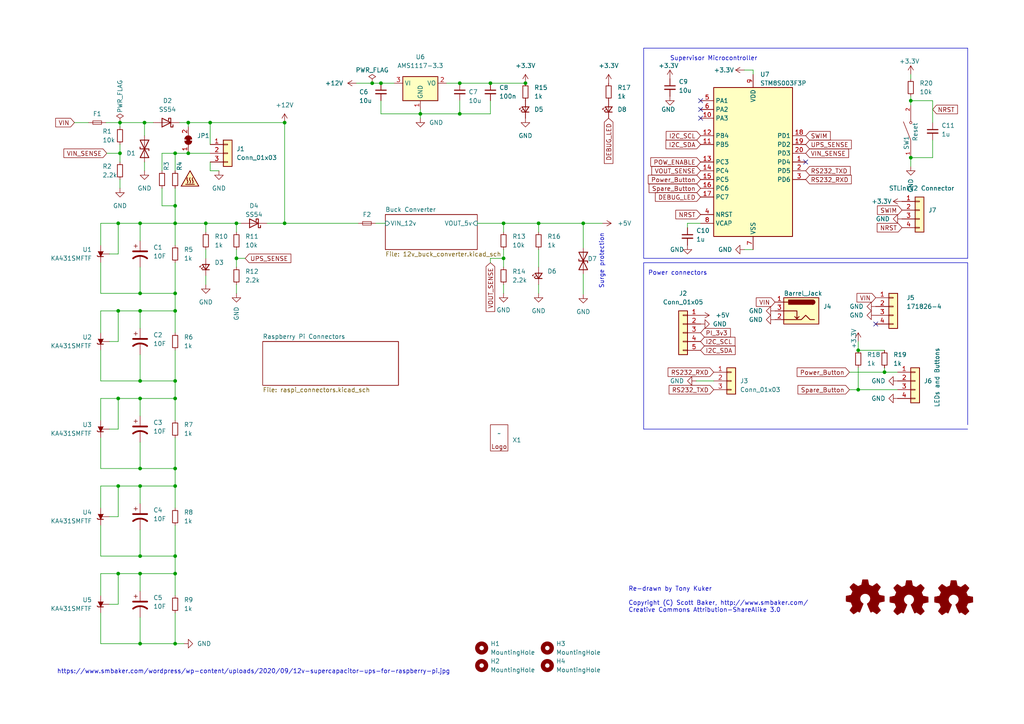
<source format=kicad_sch>
(kicad_sch (version 20230121) (generator eeschema)
  (paper "A4")
  (lib_symbols
    (symbol "Connector:Barrel_Jack_Switch" (pin_names hide)
      (property "Reference" "J" (at 0 5.334 0))
      (property "Value" "Barrel_Jack_Switch" (at 0 -5.08 0))
      (symbol "Barrel_Jack_Switch_1_1"
        (pin passive line (at 7.62 2.54 180) (length 2.54) (name "~") (number "1"))
        (pin passive line (at 7.62 -2.54 180) (length 2.54) (name "~") (number "2"))
        (pin passive line (at 7.62 0 180) (length 2.54) (name "~") (number "3"))
      )
    )
    (symbol "Connector_Generic:Conn_01x03" (pin_names (offset 1.016) hide)
      (property "Reference" "J" (at 0 5.08 0))
      (property "Value" "Conn_01x03" (at 0 -5.08 0))
      (symbol "Conn_01x03_1_1"
        (pin passive line (at -5.08 2.54 0) (length 3.81) (name "Pin_1") (number "1"))
        (pin passive line (at -5.08 0 0) (length 3.81) (name "Pin_2") (number "2"))
        (pin passive line (at -5.08 -2.54 0) (length 3.81) (name "Pin_3") (number "3"))
      )
    )
    (symbol "Connector_Generic:Conn_01x04" (pin_names (offset 1.016) hide)
      (property "Reference" "J" (at 0 5.08 0))
      (property "Value" "Conn_01x04" (at 0 -7.62 0))
      (symbol "Conn_01x04_1_1"
        (pin passive line (at -5.08 2.54 0) (length 3.81) (name "Pin_1") (number "1"))
        (pin passive line (at -5.08 0 0) (length 3.81) (name "Pin_2") (number "2"))
        (pin passive line (at -5.08 -2.54 0) (length 3.81) (name "Pin_3") (number "3"))
        (pin passive line (at -5.08 -5.08 0) (length 3.81) (name "Pin_4") (number "4"))
      )
    )
    (symbol "Connector_Generic:Conn_01x05" (pin_names (offset 1.016) hide)
      (property "Reference" "J" (at 0 7.62 0))
      (property "Value" "Conn_01x05" (at 0 -7.62 0))
      (symbol "Conn_01x05_1_1"
        (pin passive line (at -5.08 5.08 0) (length 3.81) (name "Pin_1") (number "1"))
        (pin passive line (at -5.08 2.54 0) (length 3.81) (name "Pin_2") (number "2"))
        (pin passive line (at -5.08 0 0) (length 3.81) (name "Pin_3") (number "3"))
        (pin passive line (at -5.08 -2.54 0) (length 3.81) (name "Pin_4") (number "4"))
        (pin passive line (at -5.08 -5.08 0) (length 3.81) (name "Pin_5") (number "5"))
      )
    )
    (symbol "Device:C_Polarized_US" (pin_numbers hide) (pin_names (offset 0.254) hide)
      (property "Reference" "C" (at 0.635 2.54 0))
      (property "Value" "C_Polarized_US" (at 0.635 -2.54 0))
      (symbol "C_Polarized_US_1_1"
        (pin passive line (at 0 3.81 270) (length 2.794) (name "~") (number "1"))
        (pin passive line (at 0 -3.81 90) (length 3.302) (name "~") (number "2"))
      )
    )
    (symbol "Device:C_Small" (pin_numbers hide) (pin_names (offset 0.254) hide)
      (property "Reference" "C" (at 0.254 1.778 0))
      (property "Value" "C_Small" (at 0.254 -2.032 0))
      (symbol "C_Small_1_1"
        (pin passive line (at 0 2.54 270) (length 2.032) (name "~") (number "1"))
        (pin passive line (at 0 -2.54 90) (length 2.032) (name "~") (number "2"))
      )
    )
    (symbol "Device:D_TVS" (pin_numbers hide) (pin_names (offset 1.016) hide)
      (property "Reference" "D" (at 0 2.54 0))
      (property "Value" "D_TVS" (at 0 -2.54 0))
      (symbol "D_TVS_1_1"
        (pin passive line (at -3.81 0 0) (length 2.54) (name "A1") (number "1"))
        (pin passive line (at 3.81 0 180) (length 2.54) (name "A2") (number "2"))
      )
    )
    (symbol "Device:Fuse_Small" (pin_numbers hide) (pin_names (offset 0.254) hide)
      (property "Reference" "F" (at 0 -1.524 0))
      (property "Value" "Fuse_Small" (at 0 1.524 0))
      (symbol "Fuse_Small_1_1"
        (pin passive line (at -2.54 0 0) (length 1.27) (name "~") (number "1"))
        (pin passive line (at 2.54 0 180) (length 1.27) (name "~") (number "2"))
      )
    )
    (symbol "Device:LED_Small" (pin_numbers hide) (pin_names (offset 0.254) hide)
      (property "Reference" "D" (at -1.27 3.175 0))
      (property "Value" "LED_Small" (at -4.445 -2.54 0))
      (symbol "LED_Small_1_1"
        (pin passive line (at -2.54 0 0) (length 1.778) (name "K") (number "1"))
        (pin passive line (at 2.54 0 180) (length 1.778) (name "A") (number "2"))
      )
    )
    (symbol "Device:R_Small" (pin_numbers hide) (pin_names (offset 0.254) hide)
      (property "Reference" "R" (at 0.762 0.508 0))
      (property "Value" "R_Small" (at 0.762 -1.016 0))
      (symbol "R_Small_1_1"
        (pin passive line (at 0 2.54 270) (length 0.762) (name "~") (number "1"))
        (pin passive line (at 0 -2.54 90) (length 0.762) (name "~") (number "2"))
      )
    )
    (symbol "Diode:1N5820" (pin_numbers hide) (pin_names (offset 1.016) hide)
      (property "Reference" "D" (at 0 2.54 0))
      (property "Value" "1N5820" (at 0 -2.54 0))
      (symbol "1N5820_1_1"
        (pin passive line (at -3.81 0 0) (length 2.54) (name "K") (number "1"))
        (pin passive line (at 3.81 0 180) (length 2.54) (name "A") (number "2"))
      )
    )
    (symbol "Graphic:Logo_Open_Hardware_Small" (in_bom no) (on_board no))
    (symbol "Graphic:SYM_Hot_Small" (in_bom no) (on_board no))
    (symbol "Jumper:SolderJumper_2_Bridged" (pin_names (offset 0) hide)
      (property "Reference" "JP" (at 0 2.032 0))
      (property "Value" "SolderJumper_2_Bridged" (at 0 -2.54 0))
      (symbol "SolderJumper_2_Bridged_1_1"
        (pin passive line (at -3.81 0 0) (length 2.54) (name "A") (number "1"))
        (pin passive line (at 3.81 0 180) (length 2.54) (name "B") (number "2"))
      )
    )
    (symbol "MCU_ST_STM8:STM8S003F3P"
      (property "Reference" "U" (at 1.27 25.4 0))
      (property "Value" "STM8S003F3P" (at 1.27 22.86 0))
      (symbol "STM8S003F3P_1_1"
        (pin bidirectional line (at 15.24 0 180) (length 3.81) (name "PD4") (number "1"))
        (pin bidirectional line (at -15.24 12.7 0) (length 3.81) (name "PA3") (number "10"))
        (pin bidirectional line (at -15.24 5.08 0) (length 3.81) (name "PB5") (number "11"))
        (pin bidirectional line (at -15.24 7.62 0) (length 3.81) (name "PB4") (number "12"))
        (pin bidirectional line (at -15.24 0 0) (length 3.81) (name "PC3") (number "13"))
        (pin bidirectional line (at -15.24 -2.54 0) (length 3.81) (name "PC4") (number "14"))
        (pin bidirectional line (at -15.24 -5.08 0) (length 3.81) (name "PC5") (number "15"))
        (pin bidirectional line (at -15.24 -7.62 0) (length 3.81) (name "PC6") (number "16"))
        (pin bidirectional line (at -15.24 -10.16 0) (length 3.81) (name "PC7") (number "17"))
        (pin bidirectional line (at 15.24 7.62 180) (length 3.81) (name "PD1") (number "18"))
        (pin bidirectional line (at 15.24 5.08 180) (length 3.81) (name "PD2") (number "19"))
        (pin bidirectional line (at 15.24 -2.54 180) (length 3.81) (name "PD5") (number "2"))
        (pin bidirectional line (at 15.24 2.54 180) (length 3.81) (name "PD3") (number "20"))
        (pin bidirectional line (at 15.24 -5.08 180) (length 3.81) (name "PD6") (number "3"))
        (pin input line (at -15.24 -15.24 0) (length 3.81) (name "NRST") (number "4"))
        (pin bidirectional line (at -15.24 17.78 0) (length 3.81) (name "PA1") (number "5"))
        (pin bidirectional line (at -15.24 15.24 0) (length 3.81) (name "PA2") (number "6"))
        (pin power_in line (at 0 -25.4 90) (length 3.81) (name "VSS") (number "7"))
        (pin passive line (at -15.24 -17.78 0) (length 3.81) (name "VCAP") (number "8"))
        (pin power_in line (at 0 25.4 270) (length 3.81) (name "VDD") (number "9"))
      )
    )
    (symbol "Mechanical:MountingHole" (pin_names (offset 1.016))
      (property "Reference" "H" (at 0 5.08 0))
      (property "Value" "MountingHole" (at 0 3.175 0))
    )
    (symbol "Reference_Voltage:TL432DBZ" (pin_numbers hide) (pin_names hide)
      (property "Reference" "U" (at -2.54 2.54 0))
      (property "Value" "TL432DBZ" (at 0 -2.54 0))
      (symbol "TL432DBZ_1_1"
        (pin passive line (at 0 2.54 270) (length 2.54) (name "REF") (number "1"))
        (pin passive line (at 2.54 0 180) (length 1.27) (name "K") (number "2"))
        (pin passive line (at -2.54 0 0) (length 1.27) (name "A") (number "3"))
      )
    )
    (symbol "Regulator_Linear:AMS1117-3.3"
      (property "Reference" "U" (at -3.81 3.175 0))
      (property "Value" "AMS1117-3.3" (at 0 3.175 0))
      (symbol "AMS1117-3.3_1_1"
        (pin power_in line (at 0 -7.62 90) (length 2.54) (name "GND") (number "1"))
        (pin power_out line (at 7.62 0 180) (length 2.54) (name "VO") (number "2"))
        (pin power_in line (at -7.62 0 0) (length 2.54) (name "VI") (number "3"))
      )
    )
    (symbol "TS-1187A-B-A-B:TS-1187A-B-A-B" (pin_names (offset 1.016) hide)
      (property "Reference" "S" (at -2.54 2.54 0))
      (property "Value" "TS-1187A-B-A-B" (at -6.35 -2.54 0))
      (symbol "TS-1187A-B-A-B_0_0"
        (pin passive line (at -7.62 0 0) (length 2.54) (name "~") (number "1"))
        (pin passive line (at 7.62 0 180) (length 2.54) (name "~") (number "2"))
      )
    )
    (symbol "power:+12V" (power) (pin_names (offset 0))
      (property "Value" "+12V" (at 0 3.556 0))
      (symbol "+12V_1_1"
        (pin power_in line (at 0 0 90) (length 0) hide (name "+12V") (number "1"))
      )
    )
    (symbol "power:+3.3V" (power) (pin_names (offset 0))
      (property "Value" "+3.3V" (at 0 3.556 0))
      (symbol "+3.3V_1_1"
        (pin power_in line (at 0 0 90) (length 0) hide (name "+3.3V") (number "1"))
      )
    )
    (symbol "power:+5V" (power) (pin_names (offset 0))
      (property "Value" "+5V" (at 0 3.556 0))
      (symbol "+5V_1_1"
        (pin power_in line (at 0 0 90) (length 0) hide (name "+5V") (number "1"))
      )
    )
    (symbol "power:GND" (power) (pin_names (offset 0))
      (property "Value" "GND" (at 0 -3.81 0))
      (symbol "GND_1_1"
        (pin power_in line (at 0 0 270) (length 0) hide (name "GND") (number "1"))
      )
    )
    (symbol "power:PWR_FLAG" (power) (pin_numbers hide) (pin_names (offset 0) hide)
      (property "Value" "PWR_FLAG" (at 0 3.81 0))
      (symbol "PWR_FLAG_0_0"
        (pin power_out line (at 0 0 90) (length 0) (name "pwr") (number "1"))
      )
    )
    (symbol "supercap_library:Logo" (in_bom no)
      (property "Reference" "X" (at 0 0 0))
      (symbol "Logo_0_1"
        (text "Logo" (at 0 -3.81 0) (effects (font (size 1.27 1.27))))
      )
    )
  )
  (junction (at 40.64 85.09))
  (junction (at 34.29 166.37))
  (junction (at 50.8 110.49))
  (junction (at 40.64 90.17))
  (junction (at 60.96 35.56))
  (junction (at 50.8 161.29))
  (junction (at 34.798 35.56))
  (junction (at 40.64 140.97))
  (junction (at 50.8 90.17))
  (junction (at 50.8 59.69))
  (junction (at 40.64 115.57))
  (junction (at 40.64 110.49))
  (junction (at 142.24 24.13))
  (junction (at 50.8 64.77))
  (junction (at 54.61 44.45))
  (junction (at 59.69 64.77))
  (junction (at 68.58 74.93))
  (junction (at 50.8 85.09))
  (junction (at 34.798 44.45))
  (junction (at 107.95 24.13))
  (junction (at 50.8 44.45))
  (junction (at 264.16 45.72))
  (junction (at 34.29 140.97))
  (junction (at 110.49 24.13))
  (junction (at 146.05 64.77))
  (junction (at 256.54 107.95))
  (junction (at 50.8 115.57))
  (junction (at 264.16 29.21))
  (junction (at 82.55 35.56))
  (junction (at 54.61 35.56))
  (junction (at 248.92 101.6))
  (junction (at 34.29 64.77))
  (junction (at 68.58 64.77))
  (junction (at 34.29 115.57))
  (junction (at 169.164 64.77))
  (junction (at 152.4 24.13))
  (junction (at 50.8 135.89))
  (junction (at 40.64 64.77))
  (junction (at 82.55 64.77))
  (junction (at 50.8 140.97))
  (junction (at 133.35 24.13))
  (junction (at 50.8 166.37))
  (junction (at 41.91 35.56))
  (junction (at 156.21 64.77))
  (junction (at 40.64 135.89))
  (junction (at 40.64 166.37))
  (junction (at 133.35 33.02))
  (junction (at 40.64 161.29))
  (junction (at 40.64 186.69))
  (junction (at 121.92 33.02))
  (junction (at 34.29 90.17))
  (junction (at 146.05 74.93))
  (junction (at 248.92 113.03))
  (junction (at 50.8 186.69))
  (no_connect (at 233.68 46.99))
  (no_connect (at 203.2 29.21))
  (no_connect (at 203.2 31.75))
  (no_connect (at 203.2 34.29))
  (no_connect (at 254 93.98))
  (wire (pts (xy 121.92 33.02) (xy 121.92 34.29)))
  (wire (pts (xy 34.798 52.07) (xy 34.798 54.61)))
  (wire (pts (xy 29.21 127) (xy 29.21 135.89)))
  (wire (pts (xy 107.95 24.13) (xy 110.49 24.13)))
  (wire (pts (xy 146.05 74.93) (xy 142.24 74.93)))
  (wire (pts (xy 146.05 64.77) (xy 156.21 64.77)))
  (wire (pts (xy 34.29 140.97) (xy 40.64 140.97)))
  (wire (pts (xy 21.59 35.56) (xy 25.654 35.56)))
  (wire (pts (xy 40.64 140.97) (xy 50.8 140.97)))
  (wire (pts (xy 29.21 115.57) (xy 34.29 115.57)))
  (wire (pts (xy 138.43 64.77) (xy 146.05 64.77)))
  (wire (pts (xy 248.92 99.06) (xy 248.92 101.6)))
  (wire (pts (xy 50.8 76.2) (xy 50.8 85.09)))
  (wire (pts (xy 34.29 115.57) (xy 40.64 115.57)))
  (wire (pts (xy 142.24 74.93) (xy 142.24 76.2)))
  (wire (pts (xy 34.798 44.45) (xy 34.798 46.99)))
  (wire (pts (xy 142.24 29.21) (xy 142.24 33.02)))
  (wire (pts (xy 34.798 41.91) (xy 34.798 44.45)))
  (wire (pts (xy 218.44 20.32) (xy 218.44 21.59)))
  (wire (pts (xy 40.64 95.25) (xy 40.64 90.17)))
  (wire (pts (xy 110.49 29.21) (xy 110.49 33.02)))
  (wire (pts (xy 77.47 64.77) (xy 82.55 64.77)))
  (wire (pts (xy 68.58 74.93) (xy 71.12 74.93)))
  (wire (pts (xy 31.75 149.86) (xy 34.29 149.86)))
  (wire (pts (xy 59.69 64.77) (xy 50.8 64.77)))
  (wire (pts (xy 40.64 85.09) (xy 50.8 85.09)))
  (wire (pts (xy 146.05 72.39) (xy 146.05 74.93)))
  (wire (pts (xy 50.8 186.69) (xy 53.34 186.69)))
  (wire (pts (xy 30.734 35.56) (xy 34.798 35.56)))
  (wire (pts (xy 146.05 64.77) (xy 146.05 67.31)))
  (wire (pts (xy 68.58 74.93) (xy 68.58 77.47)))
  (wire (pts (xy 29.21 161.29) (xy 40.64 161.29)))
  (wire (pts (xy 264.16 29.21) (xy 264.16 30.48)))
  (wire (pts (xy 60.96 49.53) (xy 63.5 49.53)))
  (wire (pts (xy 82.55 35.56) (xy 82.55 64.77)))
  (wire (pts (xy 41.91 35.56) (xy 44.45 35.56)))
  (wire (pts (xy 68.58 72.39) (xy 68.58 74.93)))
  (wire (pts (xy 146.05 74.93) (xy 146.05 77.47)))
  (wire (pts (xy 270.51 40.64) (xy 270.51 45.72)))
  (wire (pts (xy 103.378 24.13) (xy 107.95 24.13)))
  (wire (pts (xy 41.91 46.99) (xy 41.91 49.53)))
  (wire (pts (xy 248.92 101.6) (xy 256.54 101.6)))
  (wire (pts (xy 68.58 64.77) (xy 68.58 67.31)))
  (wire (pts (xy 31.75 73.66) (xy 34.29 73.66)))
  (wire (pts (xy 29.21 76.2) (xy 29.21 85.09)))
  (wire (pts (xy 40.64 135.89) (xy 50.8 135.89)))
  (wire (pts (xy 41.91 35.56) (xy 41.91 39.37)))
  (wire (pts (xy 59.69 64.77) (xy 68.58 64.77)))
  (wire (pts (xy 50.8 135.89) (xy 50.8 140.97)))
  (wire (pts (xy 142.24 24.13) (xy 152.4 24.13)))
  (wire (pts (xy 270.51 35.56) (xy 270.51 29.21)))
  (wire (pts (xy 50.8 166.37) (xy 50.8 172.72)))
  (polyline (pts (xy 186.69 13.97) (xy 280.67 13.97)))
  (wire (pts (xy 133.35 33.02) (xy 121.92 33.02)))
  (wire (pts (xy 246.38 107.95) (xy 256.54 107.95)))
  (polyline (pts (xy 186.69 76.2) (xy 186.69 124.46)))
  (polyline (pts (xy 186.69 124.46) (xy 280.67 124.46)))
  (wire (pts (xy 29.21 90.17) (xy 34.29 90.17)))
  (wire (pts (xy 40.64 69.85) (xy 40.64 64.77)))
  (wire (pts (xy 40.64 110.49) (xy 50.8 110.49)))
  (wire (pts (xy 156.21 64.77) (xy 156.21 67.31)))
  (wire (pts (xy 29.21 152.4) (xy 29.21 161.29)))
  (wire (pts (xy 60.96 35.56) (xy 82.55 35.56)))
  (wire (pts (xy 146.05 82.55) (xy 146.05 85.09)))
  (wire (pts (xy 264.16 45.72) (xy 264.16 48.26)))
  (wire (pts (xy 31.75 99.06) (xy 34.29 99.06)))
  (wire (pts (xy 50.8 140.97) (xy 50.8 147.32)))
  (wire (pts (xy 108.966 64.77) (xy 111.76 64.77)))
  (polyline (pts (xy 186.69 13.97) (xy 186.69 74.93)))
  (wire (pts (xy 50.8 110.49) (xy 50.8 115.57)))
  (wire (pts (xy 199.39 64.77) (xy 199.39 66.04)))
  (wire (pts (xy 52.07 35.56) (xy 54.61 35.56)))
  (wire (pts (xy 133.35 24.13) (xy 142.24 24.13)))
  (wire (pts (xy 46.99 49.53) (xy 46.99 44.45)))
  (wire (pts (xy 82.55 64.77) (xy 103.886 64.77)))
  (wire (pts (xy 54.61 44.45) (xy 60.96 44.45)))
  (wire (pts (xy 246.38 113.03) (xy 248.92 113.03)))
  (wire (pts (xy 46.99 59.69) (xy 50.8 59.69)))
  (wire (pts (xy 169.164 79.502) (xy 169.164 85.344)))
  (wire (pts (xy 129.54 24.13) (xy 133.35 24.13)))
  (wire (pts (xy 34.29 90.17) (xy 40.64 90.17)))
  (wire (pts (xy 201.93 110.49) (xy 207.01 110.49)))
  (wire (pts (xy 31.75 124.46) (xy 34.29 124.46)))
  (wire (pts (xy 29.21 166.37) (xy 34.29 166.37)))
  (wire (pts (xy 110.49 24.13) (xy 114.3 24.13)))
  (wire (pts (xy 50.8 44.45) (xy 54.61 44.45)))
  (wire (pts (xy 264.16 27.94) (xy 264.16 29.21)))
  (wire (pts (xy 215.9 20.32) (xy 218.44 20.32)))
  (wire (pts (xy 156.21 82.55) (xy 156.21 85.09)))
  (wire (pts (xy 59.69 67.31) (xy 59.69 64.77)))
  (wire (pts (xy 29.21 64.77) (xy 34.29 64.77)))
  (wire (pts (xy 50.8 64.77) (xy 50.8 71.12)))
  (wire (pts (xy 40.64 90.17) (xy 50.8 90.17)))
  (wire (pts (xy 59.69 72.39) (xy 59.69 74.93)))
  (wire (pts (xy 34.29 124.46) (xy 34.29 115.57)))
  (wire (pts (xy 29.21 121.92) (xy 29.21 115.57)))
  (wire (pts (xy 40.64 186.69) (xy 50.8 186.69)))
  (wire (pts (xy 169.164 64.77) (xy 174.752 64.77)))
  (wire (pts (xy 169.164 64.77) (xy 169.164 71.882)))
  (polyline (pts (xy 186.69 74.93) (xy 280.67 74.93)))
  (wire (pts (xy 29.21 140.97) (xy 34.29 140.97)))
  (wire (pts (xy 40.64 146.05) (xy 40.64 140.97)))
  (wire (pts (xy 29.21 101.6) (xy 29.21 110.49)))
  (wire (pts (xy 40.64 102.87) (xy 40.64 110.49)))
  (wire (pts (xy 54.61 35.56) (xy 60.96 35.56)))
  (wire (pts (xy 264.16 21.59) (xy 264.16 22.86)))
  (wire (pts (xy 40.64 171.45) (xy 40.64 166.37)))
  (wire (pts (xy 50.8 186.69) (xy 50.8 177.8)))
  (wire (pts (xy 46.99 54.61) (xy 46.99 59.69)))
  (wire (pts (xy 29.21 96.52) (xy 29.21 90.17)))
  (wire (pts (xy 215.9 72.39) (xy 218.44 72.39)))
  (wire (pts (xy 34.798 35.56) (xy 41.91 35.56)))
  (wire (pts (xy 156.21 72.39) (xy 156.21 77.47)))
  (wire (pts (xy 50.8 101.6) (xy 50.8 110.49)))
  (wire (pts (xy 50.8 152.4) (xy 50.8 161.29)))
  (wire (pts (xy 256.54 107.95) (xy 260.35 107.95)))
  (wire (pts (xy 68.58 82.55) (xy 68.58 85.09)))
  (polyline (pts (xy 280.67 74.93) (xy 280.67 13.97)))
  (polyline (pts (xy 280.67 123.19) (xy 280.67 76.2)))
  (wire (pts (xy 34.29 175.26) (xy 34.29 166.37)))
  (wire (pts (xy 68.58 64.77) (xy 69.85 64.77)))
  (wire (pts (xy 248.92 106.68) (xy 248.92 113.03)))
  (wire (pts (xy 50.8 59.69) (xy 50.8 64.77)))
  (wire (pts (xy 40.64 77.47) (xy 40.64 85.09)))
  (wire (pts (xy 34.29 99.06) (xy 34.29 90.17)))
  (wire (pts (xy 60.96 41.91) (xy 60.96 35.56)))
  (wire (pts (xy 34.798 44.45) (xy 30.988 44.45)))
  (wire (pts (xy 50.8 90.17) (xy 50.8 96.52)))
  (wire (pts (xy 29.21 110.49) (xy 40.64 110.49)))
  (wire (pts (xy 110.49 33.02) (xy 121.92 33.02)))
  (wire (pts (xy 40.64 64.77) (xy 50.8 64.77)))
  (wire (pts (xy 50.8 161.29) (xy 50.8 166.37)))
  (wire (pts (xy 40.64 179.07) (xy 40.64 186.69)))
  (wire (pts (xy 40.64 120.65) (xy 40.64 115.57)))
  (wire (pts (xy 40.64 115.57) (xy 50.8 115.57)))
  (wire (pts (xy 34.29 64.77) (xy 40.64 64.77)))
  (wire (pts (xy 156.21 64.77) (xy 169.164 64.77)))
  (wire (pts (xy 133.35 29.21) (xy 133.35 33.02)))
  (wire (pts (xy 40.64 153.67) (xy 40.64 161.29)))
  (wire (pts (xy 29.21 186.69) (xy 40.64 186.69)))
  (wire (pts (xy 59.69 80.01) (xy 59.69 82.55)))
  (wire (pts (xy 270.51 29.21) (xy 264.16 29.21)))
  (wire (pts (xy 60.96 46.99) (xy 60.96 49.53)))
  (wire (pts (xy 29.21 71.12) (xy 29.21 64.77)))
  (wire (pts (xy 142.24 33.02) (xy 133.35 33.02)))
  (wire (pts (xy 31.75 175.26) (xy 34.29 175.26)))
  (wire (pts (xy 256.54 106.68) (xy 256.54 107.95)))
  (wire (pts (xy 50.8 54.61) (xy 50.8 59.69)))
  (wire (pts (xy 34.29 73.66) (xy 34.29 64.77)))
  (wire (pts (xy 50.8 115.57) (xy 50.8 121.92)))
  (wire (pts (xy 121.92 31.75) (xy 121.92 33.02)))
  (wire (pts (xy 34.29 166.37) (xy 40.64 166.37)))
  (wire (pts (xy 50.8 127) (xy 50.8 135.89)))
  (wire (pts (xy 203.2 64.77) (xy 199.39 64.77)))
  (wire (pts (xy 34.29 149.86) (xy 34.29 140.97)))
  (wire (pts (xy 40.64 161.29) (xy 50.8 161.29)))
  (wire (pts (xy 264.16 45.72) (xy 270.51 45.72)))
  (wire (pts (xy 34.798 36.83) (xy 34.798 35.56)))
  (polyline (pts (xy 280.67 76.2) (xy 186.69 76.2)))
  (wire (pts (xy 50.8 85.09) (xy 50.8 90.17)))
  (wire (pts (xy 29.21 85.09) (xy 40.64 85.09)))
  (wire (pts (xy 54.61 35.56) (xy 54.61 36.83)))
  (wire (pts (xy 50.8 44.45) (xy 50.8 49.53)))
  (wire (pts (xy 248.92 113.03) (xy 260.35 113.03)))
  (wire (pts (xy 29.21 177.8) (xy 29.21 186.69)))
  (wire (pts (xy 40.64 166.37) (xy 50.8 166.37)))
  (wire (pts (xy 29.21 172.72) (xy 29.21 166.37)))
  (wire (pts (xy 29.21 147.32) (xy 29.21 140.97)))
  (wire (pts (xy 46.99 44.45) (xy 50.8 44.45)))
  (wire (pts (xy 40.64 128.27) (xy 40.64 135.89)))
  (wire (pts (xy 29.21 135.89) (xy 40.64 135.89)))
  (text "https://www.smbaker.com/wordpress/wp-content/uploads/2020/09/12v-supercapacitor-ups-for-raspberry-pi.jpg" (at 16.51 195.58 0) (effects (font (size 1.27 1.27)) (justify left bottom)))
  (text "Power connectors" (at 187.96 80.01 0) (effects (font (size 1.27 1.27)) (justify left bottom)))
  (text "Re-drawn by Tony Kuker\n\nCopyright (C) Scott Baker, http://www.smbaker.com/\nCreative Commons Attribution-ShareAlike 3.0" (at 182.245 177.8 0) (effects (font (size 1.27 1.27)) (justify left bottom)))
  (text "Surge protection" (at 175.26 83.82 90) (effects (font (size 1.27 1.27)) (justify left bottom)))
  (text "Supervisor Microcontroller" (at 194.31 17.78 0) (effects (font (size 1.27 1.27)) (justify left bottom)))
  (global_label "Spare_Button" (shape input) (at 203.2 54.61 180) (property "Intersheetrefs" "${INTERSHEET_REFS}" (effects hide)))
  (global_label "Power_Button" (shape input) (at 203.2 52.07 180) (property "Intersheetrefs" "${INTERSHEET_REFS}" (effects hide)))
  (global_label "I2C_SDA" (shape input) (at 203.2 101.6 0) (property "Intersheetrefs" "${INTERSHEET_REFS}" (effects hide)))
  (global_label "SWIM" (shape input) (at 233.68 39.37 0) (property "Intersheetrefs" "${INTERSHEET_REFS}" (effects hide)))
  (global_label "RS232_TXD" (shape input) (at 207.01 113.03 180) (property "Intersheetrefs" "${INTERSHEET_REFS}" (effects hide)))
  (global_label "SWIM" (shape input) (at 261.62 60.96 180) (property "Intersheetrefs" "${INTERSHEET_REFS}" (effects hide)))
  (global_label "NRST" (shape input) (at 261.62 66.04 180) (property "Intersheetrefs" "${INTERSHEET_REFS}" (effects hide)))
  (global_label "DEBUG_LED" (shape input) (at 203.2 57.15 180) (property "Intersheetrefs" "${INTERSHEET_REFS}" (effects hide)))
  (global_label "VOUT_SENSE" (shape input) (at 203.2 49.53 180) (property "Intersheetrefs" "${INTERSHEET_REFS}" (effects hide)))
  (global_label "VIN" (shape input) (at 21.59 35.56 180) (property "Intersheetrefs" "${INTERSHEET_REFS}" (effects hide)))
  (global_label "RS232_RXD" (shape input) (at 233.68 52.07 0) (property "Intersheetrefs" "${INTERSHEET_REFS}" (effects hide)))
  (global_label "RS232_RXD" (shape input) (at 207.01 107.95 180) (property "Intersheetrefs" "${INTERSHEET_REFS}" (effects hide)))
  (global_label "Spare_Button" (shape input) (at 246.38 113.03 180) (property "Intersheetrefs" "${INTERSHEET_REFS}" (effects hide)))
  (global_label "POW_ENABLE" (shape input) (at 203.2 46.99 180) (property "Intersheetrefs" "${INTERSHEET_REFS}" (effects hide)))
  (global_label "VIN_SENSE" (shape input) (at 30.988 44.45 180) (property "Intersheetrefs" "${INTERSHEET_REFS}" (effects hide)))
  (global_label "DEBUG_LED" (shape input) (at 176.53 34.29 270) (property "Intersheetrefs" "${INTERSHEET_REFS}" (effects hide)))
  (global_label "UPS_SENSE" (shape input) (at 233.68 41.91 0) (property "Intersheetrefs" "${INTERSHEET_REFS}" (effects hide)))
  (global_label "RS232_TXD" (shape input) (at 233.68 49.53 0) (property "Intersheetrefs" "${INTERSHEET_REFS}" (effects hide)))
  (global_label "VIN" (shape input) (at 224.79 87.63 180) (property "Intersheetrefs" "${INTERSHEET_REFS}" (effects hide)))
  (global_label "NRST" (shape input) (at 203.2 62.23 180) (property "Intersheetrefs" "${INTERSHEET_REFS}" (effects hide)))
  (global_label "VIN_SENSE" (shape input) (at 233.68 44.45 0) (property "Intersheetrefs" "${INTERSHEET_REFS}" (effects hide)))
  (global_label "I2C_SDA" (shape input) (at 203.2 41.91 180) (property "Intersheetrefs" "${INTERSHEET_REFS}" (effects hide)))
  (global_label "VIN" (shape input) (at 254 86.36 180) (property "Intersheetrefs" "${INTERSHEET_REFS}" (effects hide)))
  (global_label "PI_3v3" (shape input) (at 203.2 96.52 0) (property "Intersheetrefs" "${INTERSHEET_REFS}" (effects hide)))
  (global_label "UPS_SENSE" (shape input) (at 71.12 74.93 0) (property "Intersheetrefs" "${INTERSHEET_REFS}" (effects hide)))
  (global_label "VOUT_SENSE" (shape input) (at 142.24 76.2 270) (property "Intersheetrefs" "${INTERSHEET_REFS}" (effects hide)))
  (global_label "I2C_SCL" (shape input) (at 203.2 99.06 0) (property "Intersheetrefs" "${INTERSHEET_REFS}" (effects hide)))
  (global_label "NRST" (shape input) (at 270.51 31.75 0) (property "Intersheetrefs" "${INTERSHEET_REFS}" (effects hide)))
  (global_label "I2C_SCL" (shape input) (at 203.2 39.37 180) (property "Intersheetrefs" "${INTERSHEET_REFS}" (effects hide)))
  (global_label "Power_Button" (shape input) (at 246.38 107.95 180) (property "Intersheetrefs" "${INTERSHEET_REFS}" (effects hide)))
  (symbol (lib_id "power:GND") (at 169.164 85.344 0) (unit 1)
    (property "Reference" "#PWR014" (effects hide))
    (property "Value" "GND" (at 167.132 90.424 0) (effects (justify left)))
  )
  (symbol (lib_id "Device:C_Small") (at 110.49 26.67 0) (unit 1)
    (property "Reference" "C6" (at 104.14 26.67 0) (effects (justify left)))
    (property "Value" "10u" (at 104.14 29.21 0) (effects (justify left)))
    (property "Footprint" "Capacitor_SMD:C_0805_2012Metric" (effects hide))
    (property "DigikeyPN" "445-FK26X7R1E106K-ND" (effects hide))
    (property "LCSC" "C15850" (effects hide))
  )
  (symbol (lib_id "power:+3.3V") (at 264.16 21.59 0) (unit 1)
    (property "Reference" "#PWR034" (effects hide))
    (property "Value" "+3.3V" (at 266.7 17.78 0) (effects (justify right)))
  )
  (symbol (lib_id "Device:D_TVS") (at 41.91 43.18 270) (unit 1)
    (property "Reference" "D1" (at 39.37 44.4501 90) (effects (justify right)))
    (property "Value" "PTVSHC3D15VUH" (effects hide))
    (property "Footprint" "Diode_SMD:D_SOD-323" (effects hide))
    (property "Datasheet" "https://datasheet.lcsc.com/lcsc/1811091226_Shanghai-Prisemi-Elec-PTVSHC3D15VUH_C312234.pdf" (effects hide))
    (property "LCSC" "C2990493" (effects hide))
  )
  (symbol (lib_id "Diode:1N5820") (at 48.26 35.56 180) (unit 1)
    (property "Reference" "D2" (at 48.5775 29.21 0))
    (property "Value" "SS54" (at 48.5775 31.75 0))
    (property "Footprint" "Diode_SMD:D_SMA" (effects hide))
    (property "Datasheet" "https://datasheet.lcsc.com/lcsc/1810192041_MDD-Microdiode-Electronics--SS54_C22452.pdf" (effects hide))
    (property "LCSC" "C22452" (effects hide))
  )
  (symbol (lib_id "Device:R_Small") (at 46.99 52.07 0) (unit 1)
    (property "Reference" "R3" (at 48.26 49.53 90) (effects (justify left)))
    (property "Value" "10 3W" (effects hide))
    (property "Footprint" "raspberrypi_supercap_ups_lib:SMT_Resistor_4122" (effects hide))
    (property "DigikeyPN" "YAG1228CT-ND" (effects hide))
    (property "LCSC" "C306270" (effects hide))
  )
  (symbol (lib_id "Reference_Voltage:TL432DBZ") (at 29.21 149.86 270) (unit 1)
    (property "Reference" "U4" (at 26.67 148.5899 90) (effects (justify right)))
    (property "Value" "KA431SMFTF" (at 26.67 151.1299 90) (effects (justify right)))
    (property "Footprint" "Package_TO_SOT_SMD:SOT-23" (effects hide))
    (property "Datasheet" "http://www.ti.com/lit/ds/symlink/tl431.pdf" (effects hide))
    (property "LCSC" "C3113" (effects hide))
    (property "DigikeyPN" "KA431AZTACT-ND" (effects hide))
  )
  (symbol (lib_id "Mechanical:MountingHole") (at 139.7 193.04 0) (unit 1)
    (property "Reference" "H2" (at 142.24 191.7699 0) (effects (justify left)))
    (property "Value" "MountingHole" (at 142.24 194.3099 0) (effects (justify left)))
    (property "Footprint" "MountingHole:MountingHole_2.7mm_M2.5" (effects hide))
    (property "LCSC" "DNP" (effects hide))
  )
  (symbol (lib_id "power:+5V") (at 203.2 91.44 270) (unit 1)
    (property "Reference" "#PWR021" (effects hide))
    (property "Value" "+5V" (at 207.518 91.4399 90) (effects (justify left)))
  )
  (symbol (lib_id "supercap_library:Logo") (at 144.78 125.73 0) (unit 1) (in_bom no)
    (property "Reference" "X1" (at 148.59 127.635 0) (effects (justify left)))
    (property "Value" "~" (at 144.78 125.73 0))
    (property "Footprint" "Symbol:Polarity_Center_Positive_6mm_SilkScreen" (effects hide))
  )
  (symbol (lib_id "power:GND") (at 215.9 72.39 270) (unit 1)
    (property "Reference" "#PWR024" (effects hide))
    (property "Value" "GND" (at 208.28 72.39 90) (effects (justify left)))
  )
  (symbol (lib_id "power:GND") (at 41.91 49.53 0) (unit 1)
    (property "Reference" "#PWR02" (effects hide))
    (property "Value" "GND" (at 41.91 54.61 0))
  )
  (symbol (lib_id "Device:C_Small") (at 270.51 38.1 0) (unit 1)
    (property "Reference" "C11" (at 273.05 36.3981 0) (effects (justify left)))
    (property "Value" "1u" (at 273.05 38.9381 0) (effects (justify left)))
    (property "Footprint" "Capacitor_SMD:C_0805_2012Metric" (effects hide))
    (property "LCSC" "C28323" (effects hide))
  )
  (symbol (lib_id "Device:C_Polarized_US") (at 40.64 175.26 0) (unit 1)
    (property "Reference" "C5" (at 44.45 173.3549 0) (effects (justify left)))
    (property "Value" "10F" (at 44.45 175.8949 0) (effects (justify left)))
    (property "Footprint" "Capacitor_THT:CP_Radial_D10.0mm_P5.00mm" (effects hide))
    (property "DigikeyPN" "478-10996-ND" (effects hide))
    (property "LCSC" "DNP" (effects hide))
  )
  (symbol (lib_id "power:+12V") (at 103.378 24.13 90) (mirror x) (unit 1)
    (property "Reference" "#PWR08" (effects hide))
    (property "Value" "+12V" (at 99.568 24.1299 90) (effects (justify left)))
  )
  (symbol (lib_id "power:GND") (at 59.69 82.55 0) (unit 1)
    (property "Reference" "#PWR04" (effects hide))
    (property "Value" "GND" (at 59.69 87.63 0))
  )
  (symbol (lib_id "Connector_Generic:Conn_01x03") (at 212.09 110.49 0) (unit 1)
    (property "Reference" "J3" (at 214.63 110.4899 0) (effects (justify left)))
    (property "Value" "Conn_01x03" (at 214.63 113.0299 0) (effects (justify left)))
    (property "Footprint" "Connector_PinHeader_2.54mm:PinHeader_1x03_P2.54mm_Vertical" (effects hide))
    (property "DigikeyPN" "A106204-ND" (effects hide))
    (property "LCSC" "DNP" (effects hide))
  )
  (symbol (lib_id "Device:D_TVS") (at 169.164 75.692 270) (unit 1)
    (property "Reference" "D7" (at 170.434 75.057 90) (effects (justify left)))
    (property "Value" "PTVSHC3D15VUH" (effects hide))
    (property "Footprint" "Diode_SMD:D_SOD-323" (effects hide))
    (property "Datasheet" "https://datasheet.lcsc.com/lcsc/1811091226_Shanghai-Prisemi-Elec-PTVSHC3D15VUH_C312234.pdf" (effects hide))
    (property "LCSC" "C2990493" (effects hide))
  )
  (symbol (lib_id "Device:R_Small") (at 50.8 52.07 0) (unit 1)
    (property "Reference" "R4" (at 52.07 49.53 90) (effects (justify left)))
    (property "Value" "10 3W" (effects hide))
    (property "Footprint" "raspberrypi_supercap_ups_lib:SMT_Resistor_4122" (effects hide))
    (property "DigikeyPN" "YAG1228CT-ND" (effects hide))
    (property "LCSC" "C306270" (effects hide))
  )
  (symbol (lib_id "power:GND") (at 203.2 93.98 90) (unit 1)
    (property "Reference" "#PWR022" (effects hide))
    (property "Value" "GND" (at 210.82 93.98 90) (effects (justify left)))
  )
  (symbol (lib_id "power:GND") (at 152.4 34.29 0) (unit 1)
    (property "Reference" "#PWR012" (effects hide))
    (property "Value" "GND" (at 152.4 39.37 0))
  )
  (symbol (lib_id "Connector_Generic:Conn_01x04") (at 265.43 110.49 0) (unit 1)
    (property "Reference" "J6" (at 267.97 110.4899 0) (effects (justify left)))
    (property "Value" "LEDs and Buttons" (at 271.78 118.11 90) (effects (justify left)))
    (property "Footprint" "Connector_PinHeader_2.54mm:PinHeader_1x04_P2.54mm_Vertical" (effects hide))
    (property "LCSC" "DNP" (effects hide))
  )
  (symbol (lib_id "Device:C_Small") (at 133.35 26.67 0) (unit 1)
    (property "Reference" "C7" (at 135.89 26.67 0) (effects (justify left)))
    (property "Value" "10u" (at 135.89 29.21 0) (effects (justify left)))
    (property "Footprint" "Capacitor_SMD:C_0805_2012Metric" (effects hide))
    (property "DigikeyPN" "445-FK26X7R1E106K-ND" (effects hide))
    (property "LCSC" "C15850" (effects hide))
  )
  (symbol (lib_id "Device:R_Small") (at 34.798 49.53 180) (unit 1)
    (property "Reference" "R2" (at 29.718 48.26 0) (effects (justify right)))
    (property "Value" "2.2k" (at 29.718 50.8 0) (effects (justify right)))
    (property "Footprint" "Resistor_SMD:R_0805_2012Metric" (effects hide))
    (property "DigikeyPN" "CF14JT2K20TR-ND" (effects hide))
    (property "LCSC" "C17520" (effects hide))
  )
  (symbol (lib_id "power:GND") (at 121.92 34.29 0) (unit 1)
    (property "Reference" "#PWR09" (effects hide))
    (property "Value" "GND" (at 124.46 35.5599 0) (effects (justify left)))
  )
  (symbol (lib_id "power:GND") (at 201.93 110.49 270) (unit 1)
    (property "Reference" "#PWR020" (effects hide))
    (property "Value" "GND" (at 194.31 110.49 90) (effects (justify left)))
  )
  (symbol (lib_id "Device:R_Small") (at 68.58 80.01 0) (unit 1)
    (property "Reference" "R12" (at 71.12 78.7399 0) (effects (justify left)))
    (property "Value" "2.2k" (at 71.12 81.2799 0) (effects (justify left)))
    (property "Footprint" "Resistor_SMD:R_0805_2012Metric" (effects hide))
    (property "DigikeyPN" "CF14JT2K20TR-ND" (effects hide))
    (property "LCSC" "C17520" (effects hide))
  )
  (symbol (lib_id "power:GND") (at 199.39 71.12 0) (unit 1)
    (property "Reference" "#PWR019" (effects hide))
    (property "Value" "GND" (at 194.31 72.39 0) (effects (justify left)))
  )
  (symbol (lib_id "power:GND") (at 264.16 48.26 0) (unit 1)
    (property "Reference" "#PWR035" (effects hide))
    (property "Value" "GND" (at 264.16 55.88 90) (effects (justify left)))
  )
  (symbol (lib_id "Reference_Voltage:TL432DBZ") (at 29.21 99.06 270) (unit 1)
    (property "Reference" "U2" (at 26.67 97.7899 90) (effects (justify right)))
    (property "Value" "KA431SMFTF" (at 26.67 100.3299 90) (effects (justify right)))
    (property "Footprint" "Package_TO_SOT_SMD:SOT-23" (effects hide))
    (property "Datasheet" "http://www.ti.com/lit/ds/symlink/tl431.pdf" (effects hide))
    (property "LCSC" "C3113" (effects hide))
    (property "DigikeyPN" "KA431AZTACT-ND" (effects hide))
  )
  (symbol (lib_id "Device:C_Small") (at 199.39 68.58 0) (unit 1)
    (property "Reference" "C10" (at 201.93 66.8781 0) (effects (justify left)))
    (property "Value" "1u" (at 201.93 69.4181 0) (effects (justify left)))
    (property "Footprint" "Capacitor_SMD:C_0805_2012Metric" (effects hide))
    (property "LCSC" "C28323" (effects hide))
  )
  (symbol (lib_id "Device:C_Polarized_US") (at 40.64 149.86 0) (unit 1)
    (property "Reference" "C4" (at 44.45 147.9549 0) (effects (justify left)))
    (property "Value" "10F" (at 44.45 150.4949 0) (effects (justify left)))
    (property "Footprint" "Capacitor_THT:CP_Radial_D10.0mm_P5.00mm" (effects hide))
    (property "DigikeyPN" "478-10996-ND" (effects hide))
    (property "LCSC" "DNP" (effects hide))
  )
  (symbol (lib_id "Device:R_Small") (at 50.8 124.46 0) (unit 1)
    (property "Reference" "R7" (at 53.34 123.1899 0) (effects (justify left)))
    (property "Value" "1k" (at 53.34 125.7299 0) (effects (justify left)))
    (property "Footprint" "Resistor_SMD:R_1206_3216Metric" (effects hide))
    (property "DigikeyPN" "CF14JT1K00CT-ND" (effects hide))
    (property "LCSC" "C4410" (effects hide))
  )
  (symbol (lib_id "power:GND") (at 34.798 54.61 0) (unit 1)
    (property "Reference" "#PWR01" (effects hide))
    (property "Value" "GND" (at 34.798 59.69 0))
  )
  (symbol (lib_id "Device:R_Small") (at 256.54 104.14 0) (unit 1)
    (property "Reference" "R19" (at 259.08 102.8699 0) (effects (justify left)))
    (property "Value" "1k" (at 259.08 105.4099 0) (effects (justify left)))
    (property "Footprint" "Resistor_SMD:R_0805_2012Metric" (effects hide))
    (property "DigikeyPN" "CF14JT1K00CT-ND" (effects hide))
    (property "LCSC" "C17513" (effects hide))
  )
  (symbol (lib_id "MCU_ST_STM8:STM8S003F3P") (at 218.44 46.99 0) (unit 1)
    (property "Reference" "U7" (at 220.4594 21.59 0) (effects (justify left)))
    (property "Value" "STM8S003F3P" (at 220.4594 24.13 0) (effects (justify left)))
    (property "Footprint" "Package_SO:TSSOP-20_4.4x6.5mm_P0.65mm" (effects hide))
    (property "Datasheet" "http://www.st.com/st-web-ui/static/active/en/resource/technical/document/datasheet/DM00024550.pdf" (effects hide))
    (property "LCSC" "C52717" (effects hide))
  )
  (symbol (lib_id "power:GND") (at 224.79 90.17 270) (unit 1)
    (property "Reference" "#PWR025" (effects hide))
    (property "Value" "GND" (at 217.17 90.17 90) (effects (justify left)))
  )
  (symbol (lib_id "Connector_Generic:Conn_01x03") (at 66.04 44.45 0) (unit 1)
    (property "Reference" "J1" (at 68.58 43.1799 0) (effects (justify left)))
    (property "Value" "Conn_01x03" (at 68.58 45.7199 0) (effects (justify left)))
    (property "Footprint" "Connector_PinHeader_2.54mm:PinHeader_1x03_P2.54mm_Vertical" (effects hide))
    (property "DigikeyPN" "NA" (effects hide))
    (property "LCSC" "DNP" (effects hide))
  )
  (symbol (lib_id "Connector_Generic:Conn_01x04") (at 259.08 88.9 0) (unit 1)
    (property "Reference" "J5" (at 262.89 86.3599 0) (effects (justify left)))
    (property "Value" "171826-4" (at 262.89 88.8999 0) (effects (justify left)))
    (property "Footprint" "TE_171826-4" (effects hide))
    (property "EU_RoHS_Compliance" "Compliant" (effects hide))
    (property "Comment" "171826-4" (effects hide))
    (property "LCSC" "DNP" (effects hide))
  )
  (symbol (lib_id "power:GND") (at 63.5 49.53 0) (unit 1)
    (property "Reference" "#PWR05" (effects hide))
    (property "Value" "GND" (at 63.5 54.61 0))
  )
  (symbol (lib_id "Device:LED_Small") (at 152.4 31.75 90) (unit 1)
    (property "Reference" "D5" (at 154.94 31.75 90) (effects (justify right)))
    (property "Value" "Green" (effects hide))
    (property "Footprint" "LED_SMD:LED_0805_2012Metric" (effects hide))
    (property "LCSC" "C2297" (effects hide))
    (property "DigikeyPN" "67-2288-ND" (effects hide))
  )
  (symbol (lib_id "power:+3.3V") (at 152.4 24.13 0) (unit 1)
    (property "Reference" "#PWR011" (effects hide))
    (property "Value" "+3.3V" (at 152.4 19.05 0))
  )
  (symbol (lib_id "power:+5V") (at 174.752 64.77 270) (unit 1)
    (property "Reference" "#PWR015" (effects hide))
    (property "Value" "+5V" (at 179.07 64.7699 90) (effects (justify left)))
  )
  (symbol (lib_id "Device:Fuse_Small") (at 28.194 35.56 0) (unit 1)
    (property "Reference" "F1" (at 28.194 33.02 0))
    (property "Value" "Fuse_Small" (effects hide))
    (property "Footprint" "Fuse:Fuse_1206_3216Metric" (effects hide))
    (property "LCSC" "C140470" (effects hide))
    (property "DigikeyPN" "F2315-ND" (effects hide))
  )
  (symbol (lib_id "power:+12V") (at 82.55 35.56 0) (unit 1)
    (property "Reference" "#PWR07" (effects hide))
    (property "Value" "+12V" (at 82.55 30.48 0))
  )
  (symbol (lib_id "power:GND") (at 261.62 63.5 270) (unit 1)
    (property "Reference" "#PWR033" (effects hide))
    (property "Value" "GND" (at 254 63.5 90) (effects (justify left)))
  )
  (symbol (lib_id "power:PWR_FLAG") (at 107.95 24.13 0) (unit 1)
    (property "Reference" "#FLG02" (effects hide))
    (property "Value" "PWR_FLAG" (at 107.95 20.32 0))
  )
  (symbol (lib_id "Connector_Generic:Conn_01x05") (at 198.12 96.52 0) (mirror y) (unit 1)
    (property "Reference" "J2" (at 198.12 85.09 0))
    (property "Value" "Conn_01x05" (at 198.12 87.63 0))
    (property "Footprint" "Connector_PinHeader_2.54mm:PinHeader_1x05_P2.54mm_Vertical" (effects hide))
    (property "DigikeyPN" "NA" (effects hide))
    (property "LCSC" "DNP" (effects hide))
  )
  (symbol (lib_id "Graphic:Logo_Open_Hardware_Small") (at 263.652 173.99 0) (unit 1)
    (property "Reference" "Z3" (effects hide))
    (property "Value" "Logo_Open_Hardware_Small" (effects hide))
    (property "Footprint" "Symbol:CE-Logo_8.5x6mm_SilkScreen" (effects hide))
    (property "Sim.Enable" "0" (effects hide))
  )
  (symbol (lib_id "power:+3.3V") (at 194.31 22.86 0) (unit 1)
    (property "Reference" "#PWR017" (effects hide))
    (property "Value" "+3.3V" (at 196.85 19.05 0) (effects (justify right)))
  )
  (symbol (lib_id "Device:R_Small") (at 146.05 80.01 0) (unit 1)
    (property "Reference" "R14" (at 148.59 78.7399 0) (effects (justify left)))
    (property "Value" "2.2k" (at 148.59 81.2799 0) (effects (justify left)))
    (property "Footprint" "Resistor_SMD:R_0805_2012Metric" (effects hide))
    (property "DigikeyPN" "CF14JT2K20TR-ND" (effects hide))
    (property "LCSC" "C17520" (effects hide))
  )
  (symbol (lib_id "Mechanical:MountingHole") (at 158.75 187.96 0) (unit 1)
    (property "Reference" "H3" (at 161.29 186.6899 0) (effects (justify left)))
    (property "Value" "MountingHole" (at 161.29 189.2299 0) (effects (justify left)))
    (property "Footprint" "MountingHole:MountingHole_2.7mm_M2.5" (effects hide))
    (property "LCSC" "DNP" (effects hide))
  )
  (symbol (lib_id "Connector_Generic:Conn_01x04") (at 266.7 60.96 0) (unit 1)
    (property "Reference" "J7" (at 269.24 60.9599 0) (effects (justify left)))
    (property "Value" "STLinkV2 Connector" (at 257.81 54.61 0) (effects (justify left)))
    (property "Footprint" "Connector_PinHeader_2.54mm:PinHeader_1x04_P2.54mm_Vertical" (effects hide))
  )
  (symbol (lib_id "power:GND") (at 254 88.9 270) (unit 1)
    (property "Reference" "#PWR028" (effects hide))
    (property "Value" "GND" (at 246.38 88.9 90) (effects (justify left)))
  )
  (symbol (lib_id "TS-1187A-B-A-B:TS-1187A-B-A-B") (at 264.16 38.1 90) (unit 1)
    (property "Reference" "SW1" (at 262.89 39.37 0) (effects (justify right)))
    (property "Value" "Reset" (at 265.43 35.56 0) (effects (justify right)))
    (property "Footprint" "SW_TS-1187A-B-A-B" (effects hide))
    (property "LCSC" "C318884" (effects hide))
    (property "PARTREV" "A0" (effects hide))
    (property "MANUFACTURER" "XKB Industrial Precision" (effects hide))
    (property "STANDARD" "Manufacturer Recommendations" (effects hide))
    (property "MAXIMUM_PACKAGE_HEIGHT" "1.5mm" (effects hide))
  )
  (symbol (lib_id "Device:R_Small") (at 50.8 99.06 0) (unit 1)
    (property "Reference" "R6" (at 53.34 97.7899 0) (effects (justify left)))
    (property "Value" "1k" (at 53.34 100.3299 0) (effects (justify left)))
    (property "Footprint" "Resistor_SMD:R_1206_3216Metric" (effects hide))
    (property "DigikeyPN" "CF14JT1K00CT-ND" (effects hide))
    (property "LCSC" "C4410" (effects hide))
  )
  (symbol (lib_id "Device:LED_Small") (at 156.21 80.01 90) (unit 1)
    (property "Reference" "D6" (at 158.75 78.6764 90) (effects (justify right)))
    (property "Value" "Green" (effects hide))
    (property "Footprint" "LED_SMD:LED_0805_2012Metric" (effects hide))
    (property "LCSC" "C2297" (effects hide))
    (property "DigikeyPN" "67-2288-ND" (effects hide))
  )
  (symbol (lib_id "Device:C_Polarized_US") (at 40.64 124.46 0) (unit 1)
    (property "Reference" "C3" (at 44.45 122.5549 0) (effects (justify left)))
    (property "Value" "10F" (at 44.45 125.0949 0) (effects (justify left)))
    (property "Footprint" "Capacitor_THT:CP_Radial_D10.0mm_P5.00mm" (effects hide))
    (property "DigikeyPN" "478-10996-ND" (effects hide))
    (property "LCSC" "DNP" (effects hide))
  )
  (symbol (lib_id "Device:R_Small") (at 264.16 25.4 180) (unit 1)
    (property "Reference" "R20" (at 266.7 24.1299 0) (effects (justify right)))
    (property "Value" "10k" (at 266.7 26.6699 0) (effects (justify right)))
    (property "Footprint" "Resistor_SMD:R_0805_2012Metric" (effects hide))
    (property "DigikeyPN" "CF14JT10K0CT-ND" (effects hide))
    (property "LCSC" "C17414" (effects hide))
  )
  (symbol (lib_id "Device:R_Small") (at 50.8 73.66 0) (unit 1)
    (property "Reference" "R5" (at 53.34 72.3899 0) (effects (justify left)))
    (property "Value" "1k" (at 53.34 74.9299 0) (effects (justify left)))
    (property "Footprint" "Resistor_SMD:R_1206_3216Metric" (effects hide))
    (property "DigikeyPN" "CF14JT1K00CT-ND" (effects hide))
    (property "LCSC" "C4410" (effects hide))
  )
  (symbol (lib_id "power:GND") (at 194.31 27.94 0) (unit 1)
    (property "Reference" "#PWR018" (effects hide))
    (property "Value" "GND" (at 191.77 31.75 0) (effects (justify left)))
  )
  (symbol (lib_id "Jumper:SolderJumper_2_Bridged") (at 54.61 40.64 90) (unit 1)
    (property "Reference" "JP1" (at 57.15 39.3699 90) (effects (justify right)))
    (property "Value" "Charge Enb" (effects hide))
    (property "Footprint" "Jumper:SolderJumper-2_P1.3mm_Bridged_RoundedPad1.0x1.5mm" (effects hide))
  )
  (symbol (lib_id "Device:R_Small") (at 156.21 69.85 0) (unit 1)
    (property "Reference" "R16" (at 158.75 68.5799 0) (effects (justify left)))
    (property "Value" "1k" (at 158.75 71.1199 0) (effects (justify left)))
    (property "Footprint" "Resistor_SMD:R_0805_2012Metric" (effects hide))
    (property "DigikeyPN" "CF14JT1K00CT-ND" (effects hide))
    (property "LCSC" "C17513" (effects hide))
  )
  (symbol (lib_id "Graphic:Logo_Open_Hardware_Small") (at 250.952 173.736 0) (unit 1)
    (property "Reference" "Z2" (effects hide))
    (property "Value" "Logo_Open_Hardware_Small" (effects hide))
    (property "Footprint" "Symbol:OSHW-Logo_7.5x8mm_SilkScreen" (effects hide))
    (property "Sim.Enable" "0" (effects hide))
  )
  (symbol (lib_id "Device:R_Small") (at 34.798 39.37 0) (unit 1)
    (property "Reference" "R1" (at 29.718 38.1 0) (effects (justify left)))
    (property "Value" "10k" (at 29.718 40.64 0) (effects (justify left)))
    (property "Footprint" "Resistor_SMD:R_0805_2012Metric" (effects hide))
    (property "DigikeyPN" "CF14JT10K0CT-ND" (effects hide))
    (property "LCSC" "C17414" (effects hide))
  )
  (symbol (lib_id "Mechanical:MountingHole") (at 139.7 187.96 0) (unit 1)
    (property "Reference" "H1" (at 142.24 186.6899 0) (effects (justify left)))
    (property "Value" "MountingHole" (at 142.24 189.2299 0) (effects (justify left)))
    (property "Footprint" "MountingHole:MountingHole_2.7mm_M2.5" (effects hide))
    (property "LCSC" "DNP" (effects hide))
  )
  (symbol (lib_id "power:GND") (at 260.35 110.49 270) (unit 1)
    (property "Reference" "#PWR030" (effects hide))
    (property "Value" "GND" (at 252.73 110.49 90) (effects (justify left)))
  )
  (symbol (lib_id "Device:Fuse_Small") (at 106.426 64.77 0) (unit 1)
    (property "Reference" "F2" (at 106.426 62.23 0))
    (property "Value" "Fuse_Small" (effects hide))
    (property "Footprint" "Fuse:Fuse_1206_3216Metric" (effects hide))
    (property "LCSC" "C140470" (effects hide))
    (property "DigikeyPN" "F2315-ND" (effects hide))
  )
  (symbol (lib_id "power:GND") (at 68.58 85.09 0) (unit 1)
    (property "Reference" "#PWR06" (effects hide))
    (property "Value" "GND" (at 68.5801 88.9 90) (effects (justify right)))
  )
  (symbol (lib_id "Device:R_Small") (at 59.69 69.85 0) (unit 1)
    (property "Reference" "R10" (at 62.23 68.5799 0) (effects (justify left)))
    (property "Value" "1k" (at 62.23 71.1199 0) (effects (justify left)))
    (property "Footprint" "Resistor_SMD:R_0805_2012Metric" (effects hide))
    (property "DigikeyPN" "CF14JT1K00CT-ND" (effects hide))
    (property "LCSC" "C17513" (effects hide))
  )
  (symbol (lib_id "Regulator_Linear:AMS1117-3.3") (at 121.92 24.13 0) (unit 1)
    (property "Reference" "U6" (at 121.92 16.51 0))
    (property "Value" "AMS1117-3.3" (at 121.92 19.05 0))
    (property "Footprint" "Package_TO_SOT_SMD:SOT-223-3_TabPin2" (effects hide))
    (property "Datasheet" "http://www.advanced-monolithic.com/pdf/ds1117.pdf" (effects hide))
    (property "LCSC" "C6186" (effects hide))
  )
  (symbol (lib_id "power:+3.3V") (at 261.62 58.42 90) (unit 1)
    (property "Reference" "#PWR032" (effects hide))
    (property "Value" "+3.3V" (at 252.73 58.42 90) (effects (justify right)))
  )
  (symbol (lib_id "power:GND") (at 53.34 186.69 90) (unit 1)
    (property "Reference" "#PWR03" (effects hide))
    (property "Value" "GND" (at 57.15 186.6899 90) (effects (justify right)))
  )
  (symbol (lib_id "Device:C_Small") (at 142.24 26.67 0) (unit 1)
    (property "Reference" "C8" (at 144.78 25.4062 0) (effects (justify left)))
    (property "Value" "100n" (at 144.78 27.9462 0) (effects (justify left)))
    (property "Footprint" "Capacitor_SMD:C_0805_2012Metric" (effects hide))
    (property "LCSC" "C28233" (effects hide))
  )
  (symbol (lib_id "Reference_Voltage:TL432DBZ") (at 29.21 124.46 270) (unit 1)
    (property "Reference" "U3" (at 26.67 123.1899 90) (effects (justify right)))
    (property "Value" "KA431SMFTF" (at 26.67 125.7299 90) (effects (justify right)))
    (property "Footprint" "Package_TO_SOT_SMD:SOT-23" (effects hide))
    (property "Datasheet" "http://www.ti.com/lit/ds/symlink/tl431.pdf" (effects hide))
    (property "LCSC" "C3113" (effects hide))
    (property "DigikeyPN" "KA431AZTACT-ND" (effects hide))
  )
  (symbol (lib_id "Device:C_Polarized_US") (at 40.64 99.06 0) (unit 1)
    (property "Reference" "C2" (at 44.45 97.1549 0) (effects (justify left)))
    (property "Value" "10F" (at 44.45 99.6949 0) (effects (justify left)))
    (property "Footprint" "Capacitor_THT:CP_Radial_D10.0mm_P5.00mm" (effects hide))
    (property "DigikeyPN" "478-10996-ND" (effects hide))
    (property "LCSC" "DNP" (effects hide))
  )
  (symbol (lib_id "Device:LED_Small") (at 59.69 77.47 90) (unit 1)
    (property "Reference" "D3" (at 62.23 76.1364 90) (effects (justify right)))
    (property "Value" "Green" (effects hide))
    (property "Footprint" "LED_SMD:LED_0805_2012Metric" (effects hide))
    (property "LCSC" "C2297" (effects hide))
    (property "DigikeyPN" "67-2288-ND" (effects hide))
  )
  (symbol (lib_id "Device:R_Small") (at 176.53 26.67 0) (unit 1)
    (property "Reference" "R17" (at 179.07 25.3999 0) (effects (justify left)))
    (property "Value" "1k" (at 179.07 27.9399 0) (effects (justify left)))
    (property "Footprint" "Resistor_SMD:R_0805_2012Metric" (effects hide))
    (property "DigikeyPN" "CF14JT1K00CT-ND" (effects hide))
    (property "LCSC" "C17513" (effects hide))
  )
  (symbol (lib_id "Device:R_Small") (at 248.92 104.14 0) (unit 1)
    (property "Reference" "R18" (at 251.46 102.8699 0) (effects (justify left)))
    (property "Value" "1k" (at 251.46 105.4099 0) (effects (justify left)))
    (property "Footprint" "Resistor_SMD:R_0805_2012Metric" (effects hide))
    (property "DigikeyPN" "CF14JT1K00CT-ND" (effects hide))
    (property "LCSC" "C17513" (effects hide))
  )
  (symbol (lib_id "power:+3.3V") (at 248.92 99.06 0) (unit 1)
    (property "Reference" "#PWR027" (effects hide))
    (property "Value" "+3.3V" (at 247.65 95.25 90) (effects (justify right)))
  )
  (symbol (lib_id "Graphic:SYM_Hot_Small") (at 55.118 52.07 0) (unit 1) (in_bom no)
    (property "Reference" "Z1" (effects hide))
    (property "Value" "SYM_Hot_Small" (effects hide))
    (property "Footprint" "raspberrypi_supercap_ups_lib:hot_warning_4" (effects hide))
    (property "Sim.Enable" "0" (effects hide))
  )
  (symbol (lib_id "power:PWR_FLAG") (at 34.798 35.56 0) (unit 1)
    (property "Reference" "#FLG01" (effects hide))
    (property "Value" "PWR_FLAG" (at 34.798 27.94 90))
  )
  (symbol (lib_id "Reference_Voltage:TL432DBZ") (at 29.21 175.26 270) (unit 1)
    (property "Reference" "U5" (at 26.67 173.9899 90) (effects (justify right)))
    (property "Value" "KA431SMFTF" (at 26.67 176.5299 90) (effects (justify right)))
    (property "Footprint" "Package_TO_SOT_SMD:SOT-23" (effects hide))
    (property "Datasheet" "http://www.ti.com/lit/ds/symlink/tl431.pdf" (effects hide))
    (property "LCSC" "C3113" (effects hide))
    (property "DigikeyPN" "KA431AZTACT-ND" (effects hide))
  )
  (symbol (lib_id "Connector:Barrel_Jack_Switch") (at 232.41 90.17 0) (mirror y) (unit 1)
    (property "Reference" "J4" (at 238.76 88.8999 0) (effects (justify right)))
    (property "Value" "Barrel_Jack" (at 227.33 85.09 0) (effects (justify right)))
    (property "Footprint" "Connector_BarrelJack:BarrelJack_Wuerth_6941xx301002" (effects hide))
    (property "LCSC" "C521451" (effects hide))
  )
  (symbol (lib_id "Device:LED_Small") (at 176.53 31.75 90) (unit 1)
    (property "Reference" "D8" (at 179.07 31.75 90) (effects (justify right)))
    (property "Value" "Green" (effects hide))
    (property "Footprint" "LED_SMD:LED_0805_2012Metric" (effects hide))
    (property "LCSC" "C2297" (effects hide))
    (property "DigikeyPN" "67-2288-ND" (effects hide))
  )
  (symbol (lib_id "Device:R_Small") (at 152.4 26.67 0) (unit 1)
    (property "Reference" "R15" (at 154.94 25.3999 0) (effects (justify left)))
    (property "Value" "1k" (at 154.94 27.9399 0) (effects (justify left)))
    (property "Footprint" "Resistor_SMD:R_0805_2012Metric" (effects hide))
    (property "DigikeyPN" "CF14JT1K00CT-ND" (effects hide))
    (property "LCSC" "C17513" (effects hide))
  )
  (symbol (lib_id "Graphic:Logo_Open_Hardware_Small") (at 276.606 173.99 0) (unit 1) (in_bom no)
    (property "Reference" "Z4" (effects hide))
    (property "Value" "Logo_Open_Hardware_Small" (effects hide))
    (property "Footprint" "Symbol:KiCad-Logo_5mm_Copper" (effects hide))
    (property "Sim.Enable" "0" (effects hide))
  )
  (symbol (lib_id "Device:R_Small") (at 50.8 175.26 0) (unit 1)
    (property "Reference" "R9" (at 53.34 173.9899 0) (effects (justify left)))
    (property "Value" "1k" (at 53.34 176.5299 0) (effects (justify left)))
    (property "Footprint" "Resistor_SMD:R_1206_3216Metric" (effects hide))
    (property "DigikeyPN" "CF14JT1K00CT-ND" (effects hide))
    (property "LCSC" "C4410" (effects hide))
  )
  (symbol (lib_id "power:GND") (at 224.79 92.71 270) (unit 1)
    (property "Reference" "#PWR026" (effects hide))
    (property "Value" "GND" (at 217.17 92.71 90) (effects (justify left)))
  )
  (symbol (lib_id "Device:R_Small") (at 50.8 149.86 0) (unit 1)
    (property "Reference" "R8" (at 53.34 148.5899 0) (effects (justify left)))
    (property "Value" "1k" (at 53.34 151.1299 0) (effects (justify left)))
    (property "Footprint" "Resistor_SMD:R_1206_3216Metric" (effects hide))
    (property "DigikeyPN" "CF14JT1K00CT-ND" (effects hide))
    (property "LCSC" "C4410" (effects hide))
  )
  (symbol (lib_id "power:GND") (at 156.21 85.09 0) (unit 1)
    (property "Reference" "#PWR013" (effects hide))
    (property "Value" "GND" (at 156.21 90.17 0))
  )
  (symbol (lib_id "power:+3.3V") (at 176.53 24.13 0) (unit 1)
    (property "Reference" "#PWR016" (effects hide))
    (property "Value" "+3.3V" (at 176.53 19.05 0))
  )
  (symbol (lib_id "Reference_Voltage:TL432DBZ") (at 29.21 73.66 270) (unit 1)
    (property "Reference" "U1" (at 26.67 72.3899 90) (effects (justify right)))
    (property "Value" "KA431SMFTF" (at 26.67 74.9299 90) (effects (justify right)))
    (property "Footprint" "Package_TO_SOT_SMD:SOT-23" (effects hide))
    (property "Datasheet" "http://www.ti.com/lit/ds/symlink/tl431.pdf" (effects hide))
    (property "LCSC" "C3113" (effects hide))
    (property "DigikeyPN" "KA431AZTACT-ND" (effects hide))
  )
  (symbol (lib_id "power:+3.3V") (at 215.9 20.32 90) (unit 1)
    (property "Reference" "#PWR023" (effects hide))
    (property "Value" "+3.3V" (at 207.01 20.32 90) (effects (justify right)))
  )
  (symbol (lib_id "Diode:1N5820") (at 73.66 64.77 180) (unit 1)
    (property "Reference" "D4" (at 73.66 59.69 0))
    (property "Value" "SS54" (at 73.66 62.23 0))
    (property "Footprint" "Diode_SMD:D_SMA" (effects hide))
    (property "Datasheet" "https://datasheet.lcsc.com/lcsc/1810192041_MDD-Microdiode-Electronics--SS54_C22452.pdf" (effects hide))
    (property "LCSC" "C22452" (effects hide))
  )
  (symbol (lib_id "Device:C_Small") (at 194.31 25.4 0) (unit 1)
    (property "Reference" "C9" (at 196.85 23.6981 0) (effects (justify left)))
    (property "Value" "10u" (at 196.85 26.2381 0) (effects (justify left)))
    (property "Footprint" "Capacitor_SMD:C_0805_2012Metric" (effects hide))
    (property "DigikeyPN" "445-FK26X7R1E106K-ND" (effects hide))
    (property "LCSC" "C15850" (effects hide))
  )
  (symbol (lib_id "Device:C_Polarized_US") (at 40.64 73.66 0) (unit 1)
    (property "Reference" "C1" (at 44.45 71.7549 0) (effects (justify left)))
    (property "Value" "10F" (at 44.45 74.2949 0) (effects (justify left)))
    (property "Footprint" "Capacitor_THT:CP_Radial_D10.0mm_P5.00mm" (effects hide))
    (property "DigikeyPN" "478-10996-ND" (effects hide))
    (property "LCSC" "DNP" (effects hide))
  )
  (symbol (lib_id "Device:R_Small") (at 146.05 69.85 0) (unit 1)
    (property "Reference" "R13" (at 148.59 68.5799 0) (effects (justify left)))
    (property "Value" "10k" (at 148.59 71.1199 0) (effects (justify left)))
    (property "Footprint" "Resistor_SMD:R_0805_2012Metric" (effects hide))
    (property "DigikeyPN" "CF14JT10K0CT-ND" (effects hide))
    (property "LCSC" "C17414" (effects hide))
  )
  (symbol (lib_id "power:GND") (at 260.35 115.57 270) (unit 1)
    (property "Reference" "#PWR031" (effects hide))
    (property "Value" "GND" (at 252.73 115.57 90) (effects (justify left)))
  )
  (symbol (lib_id "Device:R_Small") (at 68.58 69.85 0) (unit 1)
    (property "Reference" "R11" (at 71.12 68.5799 0) (effects (justify left)))
    (property "Value" "10k" (at 71.12 71.1199 0) (effects (justify left)))
    (property "Footprint" "Resistor_SMD:R_0805_2012Metric" (effects hide))
    (property "DigikeyPN" "CF14JT10K0CT-ND" (effects hide))
    (property "LCSC" "C17414" (effects hide))
  )
  (symbol (lib_id "power:GND") (at 254 91.44 270) (unit 1)
    (property "Reference" "#PWR029" (effects hide))
    (property "Value" "GND" (at 246.38 91.44 90) (effects (justify left)))
  )
  (symbol (lib_id "power:GND") (at 146.05 85.09 0) (unit 1)
    (property "Reference" "#PWR010" (effects hide))
    (property "Value" "GND" (at 148.082 89.916 0) (effects (justify right)))
  )
  (symbol (lib_id "Mechanical:MountingHole") (at 158.75 193.04 0) (unit 1)
    (property "Reference" "H4" (at 161.29 191.7699 0) (effects (justify left)))
    (property "Value" "MountingHole" (at 161.29 194.3099 0) (effects (justify left)))
    (property "Footprint" "MountingHole:MountingHole_2.7mm_M2.5" (effects hide))
    (property "LCSC" "DNP" (effects hide))
  )
  (sheet (at 111.76 62.23) (size 26.67 10.16) (stroke (width 0.1524))
    (property "Sheetname" "Buck Converter" (at 111.76 61.5184 0) (effects (justify left bottom)))
    (property "Sheetfile" "12v_buck_converter.kicad_sch" (at 111.76 72.9746 0) (effects (justify left top)))
    (pin "VOUT_5v" input (at 138.43 64.77 0))
    (pin "VIN_12v" input (at 111.76 64.77 180))
  )
  (sheet (at 76.2 99.06) (size 39.37 12.7) (stroke (width 0.1524))
    (property "Sheetname" "Raspberry Pi Connectors" (at 76.2 98.3484 0) (effects (justify left bottom)))
    (property "Sheetfile" "raspi_connectors.kicad_sch" (at 76.2 112.3446 0) (effects (justify left top)))
  )
)
</source>
